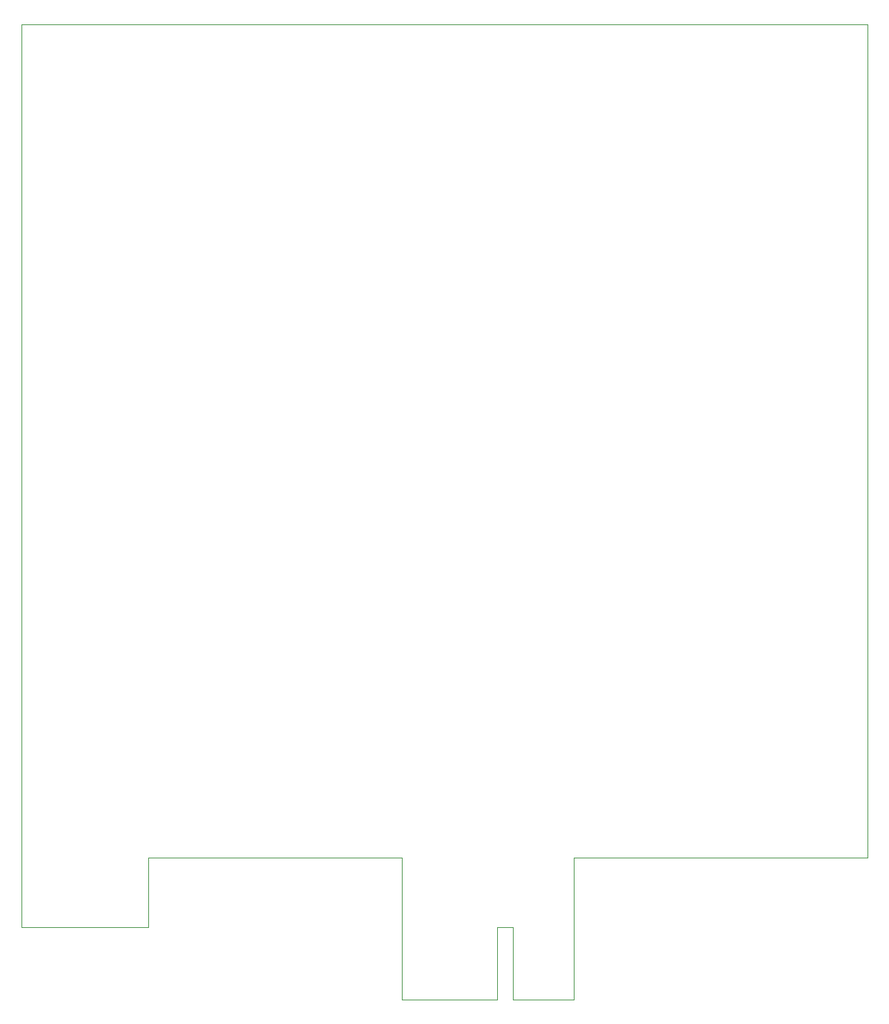
<source format=gko>
G04 #@! TF.FileFunction,Profile,NP*
%FSLAX46Y46*%
G04 Gerber Fmt 4.6, Leading zero omitted, Abs format (unit mm)*
G04 Created by KiCad (PCBNEW 4.0.1-stable) date Saturday, December 26, 2015 'PMt' 06:59:42 PM*
%MOMM*%
G01*
G04 APERTURE LIST*
%ADD10C,0.100000*%
%ADD11C,0.050000*%
G04 APERTURE END LIST*
D10*
D11*
X107150000Y-138250000D02*
X141850000Y-138250000D01*
X107150000Y-155000000D02*
X107150000Y-138250000D01*
X99950000Y-155000000D02*
X107150000Y-155000000D01*
X99950000Y-146500000D02*
X99950000Y-155000000D01*
X98050000Y-146500000D02*
X99950000Y-146500000D01*
X98050000Y-155000000D02*
X98050000Y-146500000D01*
X86850000Y-155000000D02*
X98050000Y-155000000D01*
X86850000Y-138250000D02*
X86850000Y-155000000D01*
X56850000Y-138250000D02*
X86850000Y-138250000D01*
X56850000Y-146500000D02*
X56850000Y-138250000D01*
X41850000Y-146500000D02*
X56850000Y-146500000D01*
X41850000Y-39850000D02*
X41850000Y-146500000D01*
X141850000Y-39850000D02*
X41850000Y-39850000D01*
X141850000Y-138250000D02*
X141850000Y-39850000D01*
M02*

</source>
